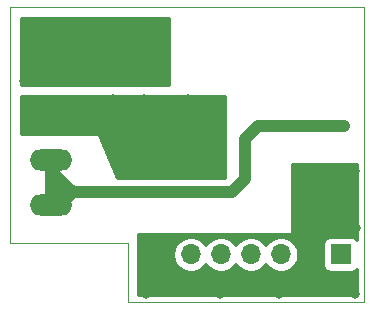
<source format=gbr>
%TF.GenerationSoftware,KiCad,Pcbnew,(5.1.8-0-10_14)*%
%TF.CreationDate,2020-11-29T00:29:28+01:00*%
%TF.ProjectId,FET_Driver,4645545f-4472-4697-9665-722e6b696361,rev?*%
%TF.SameCoordinates,Original*%
%TF.FileFunction,Copper,L2,Bot*%
%TF.FilePolarity,Positive*%
%FSLAX46Y46*%
G04 Gerber Fmt 4.6, Leading zero omitted, Abs format (unit mm)*
G04 Created by KiCad (PCBNEW (5.1.8-0-10_14)) date 2020-11-29 00:29:28*
%MOMM*%
%LPD*%
G01*
G04 APERTURE LIST*
%TA.AperFunction,Profile*%
%ADD10C,0.050000*%
%TD*%
%TA.AperFunction,ComponentPad*%
%ADD11O,3.600000X1.800000*%
%TD*%
%TA.AperFunction,ComponentPad*%
%ADD12O,1.700000X1.700000*%
%TD*%
%TA.AperFunction,ComponentPad*%
%ADD13R,1.700000X1.700000*%
%TD*%
%TA.AperFunction,ViaPad*%
%ADD14C,0.800000*%
%TD*%
%TA.AperFunction,Conductor*%
%ADD15C,1.000000*%
%TD*%
%TA.AperFunction,Conductor*%
%ADD16C,0.254000*%
%TD*%
%TA.AperFunction,Conductor*%
%ADD17C,0.100000*%
%TD*%
G04 APERTURE END LIST*
D10*
X120000000Y-88000000D02*
X110000000Y-88000000D01*
X120000000Y-93000000D02*
X120000000Y-88000000D01*
X110000000Y-68000000D02*
X110000000Y-88000000D01*
X140000000Y-68000000D02*
X110000000Y-68000000D01*
X140000000Y-93000000D02*
X140000000Y-68000000D01*
X120000000Y-93000000D02*
X140000000Y-93000000D01*
D11*
%TO.P,J102,4*%
%TO.N,/ISO_GND*%
X113500000Y-84720000D03*
%TO.P,J102,3*%
X113500000Y-80910000D03*
%TO.P,J102,2*%
%TO.N,/ISO_OUT*%
X113500000Y-77100000D03*
%TO.P,J102,1*%
%TO.N,/ISO_VIN*%
%TA.AperFunction,ComponentPad*%
G36*
G01*
X111950000Y-72390000D02*
X115050000Y-72390000D01*
G75*
G02*
X115300000Y-72640000I0J-250000D01*
G01*
X115300000Y-73940000D01*
G75*
G02*
X115050000Y-74190000I-250000J0D01*
G01*
X111950000Y-74190000D01*
G75*
G02*
X111700000Y-73940000I0J250000D01*
G01*
X111700000Y-72640000D01*
G75*
G02*
X111950000Y-72390000I250000J0D01*
G01*
G37*
%TD.AperFunction*%
%TD*%
D12*
%TO.P,J101,7*%
%TO.N,GND*%
X122760000Y-88950000D03*
%TO.P,J101,6*%
%TO.N,N/C*%
X125300000Y-88950000D03*
%TO.P,J101,5*%
X127840000Y-88950000D03*
%TO.P,J101,4*%
X130380000Y-88950000D03*
%TO.P,J101,3*%
%TO.N,/GPIO*%
X132920000Y-88950000D03*
%TO.P,J101,2*%
%TO.N,GND*%
X135460000Y-88950000D03*
D13*
%TO.P,J101,1*%
%TO.N,N/C*%
X138000000Y-88950000D03*
%TD*%
D14*
%TO.N,GND*%
X139200000Y-81900000D03*
X136000000Y-81700000D03*
X139300000Y-86700000D03*
X139200000Y-92300000D03*
X121500000Y-92300000D03*
X121400000Y-87700000D03*
X127800000Y-92300000D03*
X132800000Y-92300000D03*
%TO.N,/ISO_GND*%
X138300000Y-78100000D03*
X132100000Y-78100000D03*
%TO.N,/ISO_OUT*%
X124600000Y-78400000D03*
X121600000Y-78300000D03*
X126200000Y-81300000D03*
X126300000Y-79300000D03*
X122900000Y-79300000D03*
X120300000Y-79300000D03*
X120400000Y-77500000D03*
X123000000Y-77500000D03*
X126300000Y-77600000D03*
X127900000Y-78800000D03*
X127800000Y-82100000D03*
X111300000Y-76100000D03*
X111300000Y-78400000D03*
X116500000Y-76000000D03*
X116400000Y-78400000D03*
X127800000Y-75900000D03*
X125100000Y-75800000D03*
X121300000Y-75800000D03*
X118700000Y-75800000D03*
%TO.N,/ISO_VIN*%
X121200000Y-73600000D03*
X121200000Y-71800000D03*
X121300000Y-69700000D03*
X119900000Y-70600000D03*
X119900000Y-72600000D03*
X112000000Y-71500000D03*
X113700000Y-71600000D03*
X115300000Y-71600000D03*
X111200000Y-74300000D03*
X116400000Y-73300000D03*
X122900000Y-69700000D03*
X122900000Y-73600000D03*
X122900000Y-71700000D03*
%TD*%
D15*
%TO.N,/ISO_GND*%
X113620000Y-80910000D02*
X113620000Y-82020000D01*
X115300000Y-83700000D02*
X128800000Y-83700000D01*
X128800000Y-83700000D02*
X129900000Y-82600000D01*
X129900000Y-82600000D02*
X129900000Y-79200000D01*
X129900000Y-79200000D02*
X131000000Y-78100000D01*
X132100000Y-78100000D02*
X138300000Y-78100000D01*
X131000000Y-78100000D02*
X132100000Y-78100000D01*
X113500000Y-80910000D02*
X113500000Y-84720000D01*
X113500000Y-84720000D02*
X113500000Y-84500000D01*
X114800000Y-83200000D02*
X115300000Y-83700000D01*
X113620000Y-82020000D02*
X114800000Y-83200000D01*
X113620000Y-82820000D02*
X114400000Y-83600000D01*
X114400000Y-83600000D02*
X114800000Y-83200000D01*
X113620000Y-82020000D02*
X113620000Y-82820000D01*
X113500000Y-84500000D02*
X114400000Y-83600000D01*
X114280000Y-84720000D02*
X115300000Y-83700000D01*
X113500000Y-84720000D02*
X114280000Y-84720000D01*
%TD*%
D16*
%TO.N,/ISO_OUT*%
X128173000Y-82473000D02*
X119083447Y-82473000D01*
X117516568Y-78849592D01*
X117504494Y-78827820D01*
X117488404Y-78808821D01*
X117468918Y-78793326D01*
X117446782Y-78781930D01*
X117422849Y-78775072D01*
X117400000Y-78773000D01*
X110913097Y-78773000D01*
X110913097Y-75527000D01*
X128173000Y-75527000D01*
X128173000Y-82473000D01*
%TA.AperFunction,Conductor*%
D17*
G36*
X128173000Y-82473000D02*
G01*
X119083447Y-82473000D01*
X117516568Y-78849592D01*
X117504494Y-78827820D01*
X117488404Y-78808821D01*
X117468918Y-78793326D01*
X117446782Y-78781930D01*
X117422849Y-78775072D01*
X117400000Y-78773000D01*
X110913097Y-78773000D01*
X110913097Y-75527000D01*
X128173000Y-75527000D01*
X128173000Y-82473000D01*
G37*
%TD.AperFunction*%
%TD*%
D16*
%TO.N,/ISO_VIN*%
X123473000Y-74573000D02*
X110927000Y-74573000D01*
X110927000Y-68927000D01*
X123473000Y-68927000D01*
X123473000Y-74573000D01*
%TA.AperFunction,Conductor*%
D17*
G36*
X123473000Y-74573000D02*
G01*
X110927000Y-74573000D01*
X110927000Y-68927000D01*
X123473000Y-68927000D01*
X123473000Y-74573000D01*
G37*
%TD.AperFunction*%
%TD*%
D16*
%TO.N,GND*%
X139340000Y-87696112D02*
X139301185Y-87648815D01*
X139204494Y-87569463D01*
X139094180Y-87510498D01*
X138974482Y-87474188D01*
X138850000Y-87461928D01*
X137150000Y-87461928D01*
X137025518Y-87474188D01*
X136905820Y-87510498D01*
X136795506Y-87569463D01*
X136698815Y-87648815D01*
X136619463Y-87745506D01*
X136560498Y-87855820D01*
X136524188Y-87975518D01*
X136511928Y-88100000D01*
X136511928Y-89800000D01*
X136524188Y-89924482D01*
X136560498Y-90044180D01*
X136619463Y-90154494D01*
X136698815Y-90251185D01*
X136795506Y-90330537D01*
X136905820Y-90389502D01*
X137025518Y-90425812D01*
X137150000Y-90438072D01*
X138850000Y-90438072D01*
X138974482Y-90425812D01*
X139094180Y-90389502D01*
X139204494Y-90330537D01*
X139301185Y-90251185D01*
X139340000Y-90203888D01*
X139340000Y-92340000D01*
X120827000Y-92340000D01*
X120827000Y-88803740D01*
X123815000Y-88803740D01*
X123815000Y-89096260D01*
X123872068Y-89383158D01*
X123984010Y-89653411D01*
X124146525Y-89896632D01*
X124353368Y-90103475D01*
X124596589Y-90265990D01*
X124866842Y-90377932D01*
X125153740Y-90435000D01*
X125446260Y-90435000D01*
X125733158Y-90377932D01*
X126003411Y-90265990D01*
X126246632Y-90103475D01*
X126453475Y-89896632D01*
X126570000Y-89722240D01*
X126686525Y-89896632D01*
X126893368Y-90103475D01*
X127136589Y-90265990D01*
X127406842Y-90377932D01*
X127693740Y-90435000D01*
X127986260Y-90435000D01*
X128273158Y-90377932D01*
X128543411Y-90265990D01*
X128786632Y-90103475D01*
X128993475Y-89896632D01*
X129110000Y-89722240D01*
X129226525Y-89896632D01*
X129433368Y-90103475D01*
X129676589Y-90265990D01*
X129946842Y-90377932D01*
X130233740Y-90435000D01*
X130526260Y-90435000D01*
X130813158Y-90377932D01*
X131083411Y-90265990D01*
X131326632Y-90103475D01*
X131533475Y-89896632D01*
X131650000Y-89722240D01*
X131766525Y-89896632D01*
X131973368Y-90103475D01*
X132216589Y-90265990D01*
X132486842Y-90377932D01*
X132773740Y-90435000D01*
X133066260Y-90435000D01*
X133353158Y-90377932D01*
X133623411Y-90265990D01*
X133866632Y-90103475D01*
X134073475Y-89896632D01*
X134235990Y-89653411D01*
X134347932Y-89383158D01*
X134405000Y-89096260D01*
X134405000Y-88803740D01*
X134347932Y-88516842D01*
X134235990Y-88246589D01*
X134073475Y-88003368D01*
X133866632Y-87796525D01*
X133623411Y-87634010D01*
X133353158Y-87522068D01*
X133066260Y-87465000D01*
X132773740Y-87465000D01*
X132486842Y-87522068D01*
X132216589Y-87634010D01*
X131973368Y-87796525D01*
X131766525Y-88003368D01*
X131650000Y-88177760D01*
X131533475Y-88003368D01*
X131326632Y-87796525D01*
X131083411Y-87634010D01*
X130813158Y-87522068D01*
X130526260Y-87465000D01*
X130233740Y-87465000D01*
X129946842Y-87522068D01*
X129676589Y-87634010D01*
X129433368Y-87796525D01*
X129226525Y-88003368D01*
X129110000Y-88177760D01*
X128993475Y-88003368D01*
X128786632Y-87796525D01*
X128543411Y-87634010D01*
X128273158Y-87522068D01*
X127986260Y-87465000D01*
X127693740Y-87465000D01*
X127406842Y-87522068D01*
X127136589Y-87634010D01*
X126893368Y-87796525D01*
X126686525Y-88003368D01*
X126570000Y-88177760D01*
X126453475Y-88003368D01*
X126246632Y-87796525D01*
X126003411Y-87634010D01*
X125733158Y-87522068D01*
X125446260Y-87465000D01*
X125153740Y-87465000D01*
X124866842Y-87522068D01*
X124596589Y-87634010D01*
X124353368Y-87796525D01*
X124146525Y-88003368D01*
X123984010Y-88246589D01*
X123872068Y-88516842D01*
X123815000Y-88803740D01*
X120827000Y-88803740D01*
X120827000Y-87227000D01*
X133700000Y-87227000D01*
X133724776Y-87224560D01*
X133748601Y-87217333D01*
X133770557Y-87205597D01*
X133789803Y-87189803D01*
X133805597Y-87170557D01*
X133817333Y-87148601D01*
X133824560Y-87124776D01*
X133827000Y-87100000D01*
X133827000Y-81327000D01*
X139340000Y-81327000D01*
X139340000Y-87696112D01*
%TA.AperFunction,Conductor*%
D17*
G36*
X139340000Y-87696112D02*
G01*
X139301185Y-87648815D01*
X139204494Y-87569463D01*
X139094180Y-87510498D01*
X138974482Y-87474188D01*
X138850000Y-87461928D01*
X137150000Y-87461928D01*
X137025518Y-87474188D01*
X136905820Y-87510498D01*
X136795506Y-87569463D01*
X136698815Y-87648815D01*
X136619463Y-87745506D01*
X136560498Y-87855820D01*
X136524188Y-87975518D01*
X136511928Y-88100000D01*
X136511928Y-89800000D01*
X136524188Y-89924482D01*
X136560498Y-90044180D01*
X136619463Y-90154494D01*
X136698815Y-90251185D01*
X136795506Y-90330537D01*
X136905820Y-90389502D01*
X137025518Y-90425812D01*
X137150000Y-90438072D01*
X138850000Y-90438072D01*
X138974482Y-90425812D01*
X139094180Y-90389502D01*
X139204494Y-90330537D01*
X139301185Y-90251185D01*
X139340000Y-90203888D01*
X139340000Y-92340000D01*
X120827000Y-92340000D01*
X120827000Y-88803740D01*
X123815000Y-88803740D01*
X123815000Y-89096260D01*
X123872068Y-89383158D01*
X123984010Y-89653411D01*
X124146525Y-89896632D01*
X124353368Y-90103475D01*
X124596589Y-90265990D01*
X124866842Y-90377932D01*
X125153740Y-90435000D01*
X125446260Y-90435000D01*
X125733158Y-90377932D01*
X126003411Y-90265990D01*
X126246632Y-90103475D01*
X126453475Y-89896632D01*
X126570000Y-89722240D01*
X126686525Y-89896632D01*
X126893368Y-90103475D01*
X127136589Y-90265990D01*
X127406842Y-90377932D01*
X127693740Y-90435000D01*
X127986260Y-90435000D01*
X128273158Y-90377932D01*
X128543411Y-90265990D01*
X128786632Y-90103475D01*
X128993475Y-89896632D01*
X129110000Y-89722240D01*
X129226525Y-89896632D01*
X129433368Y-90103475D01*
X129676589Y-90265990D01*
X129946842Y-90377932D01*
X130233740Y-90435000D01*
X130526260Y-90435000D01*
X130813158Y-90377932D01*
X131083411Y-90265990D01*
X131326632Y-90103475D01*
X131533475Y-89896632D01*
X131650000Y-89722240D01*
X131766525Y-89896632D01*
X131973368Y-90103475D01*
X132216589Y-90265990D01*
X132486842Y-90377932D01*
X132773740Y-90435000D01*
X133066260Y-90435000D01*
X133353158Y-90377932D01*
X133623411Y-90265990D01*
X133866632Y-90103475D01*
X134073475Y-89896632D01*
X134235990Y-89653411D01*
X134347932Y-89383158D01*
X134405000Y-89096260D01*
X134405000Y-88803740D01*
X134347932Y-88516842D01*
X134235990Y-88246589D01*
X134073475Y-88003368D01*
X133866632Y-87796525D01*
X133623411Y-87634010D01*
X133353158Y-87522068D01*
X133066260Y-87465000D01*
X132773740Y-87465000D01*
X132486842Y-87522068D01*
X132216589Y-87634010D01*
X131973368Y-87796525D01*
X131766525Y-88003368D01*
X131650000Y-88177760D01*
X131533475Y-88003368D01*
X131326632Y-87796525D01*
X131083411Y-87634010D01*
X130813158Y-87522068D01*
X130526260Y-87465000D01*
X130233740Y-87465000D01*
X129946842Y-87522068D01*
X129676589Y-87634010D01*
X129433368Y-87796525D01*
X129226525Y-88003368D01*
X129110000Y-88177760D01*
X128993475Y-88003368D01*
X128786632Y-87796525D01*
X128543411Y-87634010D01*
X128273158Y-87522068D01*
X127986260Y-87465000D01*
X127693740Y-87465000D01*
X127406842Y-87522068D01*
X127136589Y-87634010D01*
X126893368Y-87796525D01*
X126686525Y-88003368D01*
X126570000Y-88177760D01*
X126453475Y-88003368D01*
X126246632Y-87796525D01*
X126003411Y-87634010D01*
X125733158Y-87522068D01*
X125446260Y-87465000D01*
X125153740Y-87465000D01*
X124866842Y-87522068D01*
X124596589Y-87634010D01*
X124353368Y-87796525D01*
X124146525Y-88003368D01*
X123984010Y-88246589D01*
X123872068Y-88516842D01*
X123815000Y-88803740D01*
X120827000Y-88803740D01*
X120827000Y-87227000D01*
X133700000Y-87227000D01*
X133724776Y-87224560D01*
X133748601Y-87217333D01*
X133770557Y-87205597D01*
X133789803Y-87189803D01*
X133805597Y-87170557D01*
X133817333Y-87148601D01*
X133824560Y-87124776D01*
X133827000Y-87100000D01*
X133827000Y-81327000D01*
X139340000Y-81327000D01*
X139340000Y-87696112D01*
G37*
%TD.AperFunction*%
%TD*%
M02*

</source>
